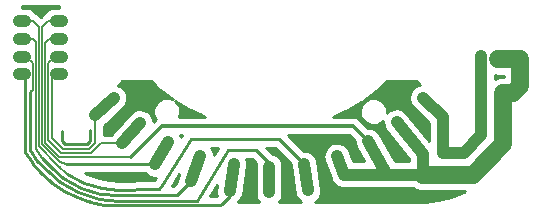
<source format=gbr>
G04 #@! TF.GenerationSoftware,KiCad,Pcbnew,(5.0.0)*
G04 #@! TF.CreationDate,2019-05-29T00:42:15-04:00*
G04 #@! TF.ProjectId,olympus-pcb,6F6C796D7075732D7063622E6B696361,rev?*
G04 #@! TF.SameCoordinates,Original*
G04 #@! TF.FileFunction,Copper,L1,Top,Signal*
G04 #@! TF.FilePolarity,Positive*
%FSLAX46Y46*%
G04 Gerber Fmt 4.6, Leading zero omitted, Abs format (unit mm)*
G04 Created by KiCad (PCBNEW (5.0.0)) date 05/29/19 00:42:15*
%MOMM*%
%LPD*%
G01*
G04 APERTURE LIST*
G04 #@! TA.AperFunction,Conductor*
%ADD10C,1.000000*%
G04 #@! TD*
G04 #@! TA.AperFunction,Conductor*
%ADD11C,1.500000*%
G04 #@! TD*
G04 #@! TA.AperFunction,Conductor*
%ADD12C,0.250000*%
G04 #@! TD*
G04 #@! TA.AperFunction,Conductor*
%ADD13C,0.150000*%
G04 #@! TD*
G04 #@! TA.AperFunction,Conductor*
%ADD14C,0.300000*%
G04 #@! TD*
G04 #@! TA.AperFunction,NonConductor*
%ADD15C,0.254000*%
G04 #@! TD*
G04 APERTURE END LIST*
D10*
G04 #@! TO.N,*
X130144520Y-85943440D02*
X128661160Y-87426800D01*
X126880620Y-87426800D02*
X126880620Y-84442300D01*
X128661160Y-87426800D02*
X126880620Y-87426800D01*
D11*
X129407920Y-89298780D02*
X131958080Y-86748620D01*
X131958080Y-86748620D02*
X131958080Y-82425540D01*
D12*
X131958080Y-82425540D02*
X131958080Y-82423000D01*
D11*
X131958080Y-82425540D02*
X132811520Y-82425540D01*
X132811520Y-82425540D02*
X133443980Y-81793080D01*
D10*
X125168660Y-89298780D02*
X125168660Y-87589360D01*
X125168660Y-87589360D02*
X122981720Y-84843620D01*
X125168660Y-89298780D02*
X122191780Y-89298780D01*
X122191780Y-89298780D02*
X122190084Y-89298780D01*
X122190084Y-89298780D02*
X122473720Y-89298780D01*
D11*
X133443980Y-81793080D02*
X133443980Y-79557880D01*
X133418580Y-79527400D02*
X131549140Y-79527400D01*
D10*
X130141980Y-85879940D02*
X130141980Y-79235300D01*
D11*
X129407920Y-89298780D02*
X125168660Y-89298780D01*
D10*
X126880620Y-84442300D02*
X125201680Y-82811620D01*
X122191780Y-89298780D02*
X120561100Y-86471760D01*
X122191780Y-89298780D02*
X118493540Y-89298780D01*
X118493540Y-89298780D02*
X117924580Y-87744300D01*
X101239320Y-84894420D02*
X99715320Y-86639400D01*
X103647240Y-86502240D02*
X102539800Y-88412320D01*
D12*
X102539800Y-88412320D02*
X102532180Y-88412320D01*
D13*
X94442280Y-88204040D02*
X92961460Y-86723220D01*
D10*
X106337100Y-87711280D02*
X105567480Y-89829640D01*
D13*
X92938600Y-87876380D02*
X92407740Y-87144860D01*
D12*
X93794580Y-88760300D02*
X92938600Y-87876380D01*
X94744540Y-89552780D02*
X93794580Y-88760300D01*
X96286320Y-90390980D02*
X94744540Y-89552780D01*
X97856040Y-90898980D02*
X96286320Y-90390980D01*
X99501960Y-91020900D02*
X97856040Y-90898980D01*
X105567480Y-89829640D02*
X105549700Y-89829640D01*
X105549700Y-89829640D02*
X104358440Y-91020900D01*
X104358440Y-91020900D02*
X99501960Y-91020900D01*
D13*
X92410280Y-78041500D02*
X92410280Y-86680040D01*
X92407740Y-87144860D02*
X92410280Y-86680040D01*
D10*
X91490800Y-77800200D02*
X90982800Y-77800200D01*
D13*
X92168980Y-77800200D02*
X92410280Y-78041500D01*
X91490800Y-77800200D02*
X92168980Y-77800200D01*
D10*
X112163860Y-90812620D02*
X112158780Y-88658700D01*
X115463320Y-90632280D02*
X115150900Y-88435180D01*
D13*
X95062040Y-89230200D02*
X94335600Y-88559640D01*
D12*
X96474280Y-89984580D02*
X95062040Y-89230200D01*
X97985580Y-90457020D02*
X96474280Y-89984580D01*
X99354640Y-90563700D02*
X97985580Y-90457020D01*
X102303580Y-90538300D02*
X99354640Y-90563700D01*
X105526840Y-86258400D02*
X103085900Y-90195400D01*
X112981740Y-86258400D02*
X105526840Y-86258400D01*
X115150900Y-88427560D02*
X112981740Y-86258400D01*
X115150900Y-88435180D02*
X115150900Y-88427560D01*
X103085900Y-90195400D02*
X102867460Y-90545920D01*
X102867460Y-90545920D02*
X102303580Y-90538300D01*
D10*
X109171740Y-88427560D02*
X108821220Y-90705940D01*
X99019360Y-82844640D02*
X97444560Y-84259420D01*
D12*
X96984820Y-86473579D02*
X96744109Y-86714290D01*
X96984820Y-85524340D02*
X96984820Y-86473579D01*
X96744109Y-86714290D02*
X95321120Y-86714290D01*
X94910391Y-86714290D02*
X94668340Y-86472239D01*
X95321120Y-86714290D02*
X94910391Y-86714290D01*
X94668340Y-86472239D02*
X94668340Y-85638640D01*
D13*
X97444560Y-84259420D02*
X97444560Y-86647020D01*
X97444560Y-86647020D02*
X96936560Y-87155020D01*
X96936560Y-87155020D02*
X94719140Y-87155020D01*
D10*
X94640400Y-76301600D02*
X94132400Y-76301600D01*
X94640400Y-77800200D02*
X94132400Y-77800200D01*
X94640400Y-79298800D02*
X94132400Y-79298800D01*
X94640400Y-80797400D02*
X94132400Y-80797400D01*
X91490800Y-76301600D02*
X90982800Y-76301600D01*
X91490800Y-80797400D02*
X90982800Y-80797400D01*
X91490800Y-79298800D02*
X90982800Y-79298800D01*
D12*
X94132400Y-80797400D02*
X93753940Y-80797400D01*
D13*
X93753940Y-86189820D02*
X94719140Y-87155020D01*
X93753940Y-80797400D02*
X93753940Y-86189820D01*
D12*
X94132400Y-79298800D02*
X93954600Y-79298800D01*
D13*
X93225620Y-78122780D02*
X93225620Y-85956140D01*
D12*
X91490800Y-80797400D02*
X91490800Y-85930740D01*
X91490800Y-79298800D02*
X91490800Y-79644240D01*
X94132400Y-79298800D02*
X94127320Y-79298800D01*
X94132400Y-79298800D02*
X94056200Y-79298800D01*
D13*
X93548200Y-77800200D02*
X93225620Y-78122780D01*
X94132400Y-77800200D02*
X93548200Y-77800200D01*
X91490800Y-76301600D02*
X92156280Y-76301600D01*
X93489780Y-76301600D02*
X92958920Y-76832460D01*
X94132400Y-76301600D02*
X93489780Y-76301600D01*
X92156280Y-76301600D02*
X92687140Y-76832460D01*
X91584780Y-79298800D02*
X92161360Y-79875380D01*
D12*
X91490800Y-79298800D02*
X91584780Y-79298800D01*
D13*
X94061280Y-79298800D02*
X93472000Y-79888080D01*
D12*
X94132400Y-79298800D02*
X94061280Y-79298800D01*
D14*
X119293640Y-85204300D02*
X120561100Y-86471760D01*
D12*
X119255540Y-85166200D02*
X119293640Y-85204300D01*
D14*
X103141780Y-85166200D02*
X119255540Y-85166200D01*
D13*
X94439740Y-87792560D02*
X100385880Y-87792560D01*
X93472000Y-79888080D02*
X93472000Y-86255860D01*
X99715320Y-86639400D02*
X97942400Y-86639400D01*
X97942400Y-86639400D02*
X97099120Y-87482680D01*
X94554040Y-87482680D02*
X93472000Y-86400640D01*
X97099120Y-87482680D02*
X94554040Y-87482680D01*
X93472000Y-86255860D02*
X93472000Y-86400640D01*
D14*
X100515420Y-87792560D02*
X103141780Y-85166200D01*
D13*
X100385880Y-87792560D02*
X100515420Y-87792560D01*
X94409260Y-87792560D02*
X93225620Y-86608920D01*
X93225620Y-85956140D02*
X93225620Y-86608920D01*
D12*
X108821220Y-90705940D02*
X108821220Y-91130120D01*
X108821220Y-91130120D02*
X108173520Y-91777820D01*
X108173520Y-91777820D02*
X108041440Y-91909900D01*
X108041440Y-91909900D02*
X100248720Y-91909900D01*
X99321977Y-91909900D02*
X98724432Y-91870400D01*
X100248720Y-91909900D02*
X99321977Y-91909900D01*
X97016931Y-91598249D02*
X96938349Y-91571329D01*
X98200712Y-91835780D02*
X97016931Y-91598249D01*
X98724432Y-91870400D02*
X98724428Y-91870400D01*
X98724428Y-91870400D02*
X98200712Y-91835780D01*
X94793970Y-90668726D02*
X93793468Y-89992911D01*
X95874737Y-91206964D02*
X94793970Y-90668726D01*
X97016930Y-91598249D02*
X95874737Y-91206964D01*
X93793468Y-89992911D02*
X93564019Y-89789180D01*
X97016931Y-91598249D02*
X97016930Y-91598249D01*
X93564019Y-89789181D02*
X93564019Y-89789180D01*
X92890634Y-89191277D02*
X92101173Y-88277769D01*
X92101172Y-88277769D02*
X92101173Y-88277769D01*
X93564019Y-89789180D02*
X92890634Y-89191277D01*
X91490800Y-87347499D02*
X92089377Y-88259792D01*
X91490800Y-85930740D02*
X91490800Y-87347499D01*
D13*
X92958920Y-76832460D02*
X92958920Y-86723220D01*
X92687140Y-86840060D02*
X92687140Y-86911180D01*
X92687140Y-76832460D02*
X92687140Y-86840060D01*
X92687140Y-86911180D02*
X94335600Y-88559640D01*
X94335600Y-88559640D02*
X94521020Y-88745060D01*
D12*
X93510100Y-89118440D02*
X92532200Y-88112600D01*
X94465140Y-89916000D02*
X93510100Y-89118440D01*
X96029780Y-90787220D02*
X94465140Y-89916000D01*
X106085640Y-91490800D02*
X99357180Y-91490800D01*
X99357180Y-91490800D02*
X97790000Y-91353640D01*
X112158780Y-88658700D02*
X112158780Y-88303100D01*
X97790000Y-91353640D02*
X96029780Y-90787220D01*
X112158780Y-88303100D02*
X111048800Y-87193120D01*
X111048800Y-87193120D02*
X108666280Y-87193120D01*
X91932760Y-87246460D02*
X91932760Y-82326480D01*
D13*
X92161360Y-79875380D02*
X92161360Y-82097880D01*
D12*
X108666280Y-87193120D02*
X106085640Y-91490800D01*
X92532200Y-88112600D02*
X91932760Y-87246460D01*
D13*
X91932760Y-82326480D02*
X92161360Y-82097880D01*
D12*
X102539800Y-88412320D02*
X102527100Y-88412320D01*
X102539800Y-88412320D02*
X94946170Y-88412320D01*
D13*
X94940120Y-88406270D02*
X94442280Y-88204040D01*
G04 #@! TD*
D15*
G36*
X119425325Y-86446142D02*
X119413705Y-86622352D01*
X119522083Y-86942039D01*
X120226806Y-88163780D01*
X119286751Y-88163780D01*
X118952008Y-87249213D01*
X118776372Y-86960947D01*
X118411757Y-86694609D01*
X117972973Y-86588077D01*
X117526823Y-86657571D01*
X117141227Y-86892508D01*
X116874889Y-87257123D01*
X116768357Y-87695907D01*
X116820310Y-88029442D01*
X117397491Y-89606385D01*
X117424394Y-89741635D01*
X117536644Y-89909629D01*
X117641748Y-90082133D01*
X117661594Y-90096630D01*
X117675251Y-90117069D01*
X117843235Y-90229312D01*
X118006362Y-90348471D01*
X118030248Y-90354270D01*
X118050685Y-90367926D01*
X118248823Y-90407338D01*
X118445146Y-90455003D01*
X118581399Y-90433780D01*
X122154423Y-90433780D01*
X122342372Y-90446174D01*
X122378931Y-90433780D01*
X124374374Y-90433780D01*
X124628260Y-90603421D01*
X125032253Y-90683780D01*
X128778055Y-90683780D01*
X128651995Y-90754637D01*
X127602830Y-91175120D01*
X126507756Y-91455062D01*
X125371900Y-91591306D01*
X124900597Y-91604018D01*
X124897770Y-91604280D01*
X116079251Y-91604280D01*
X116388658Y-91327220D01*
X116584163Y-90920209D01*
X116602753Y-90583163D01*
X116258859Y-88164725D01*
X116147052Y-87846221D01*
X115845840Y-87509842D01*
X115438829Y-87314337D01*
X115093429Y-87295287D01*
X113749341Y-85951200D01*
X118930383Y-85951200D01*
X119425325Y-86446142D01*
X119425325Y-86446142D01*
G37*
X119425325Y-86446142D02*
X119413705Y-86622352D01*
X119522083Y-86942039D01*
X120226806Y-88163780D01*
X119286751Y-88163780D01*
X118952008Y-87249213D01*
X118776372Y-86960947D01*
X118411757Y-86694609D01*
X117972973Y-86588077D01*
X117526823Y-86657571D01*
X117141227Y-86892508D01*
X116874889Y-87257123D01*
X116768357Y-87695907D01*
X116820310Y-88029442D01*
X117397491Y-89606385D01*
X117424394Y-89741635D01*
X117536644Y-89909629D01*
X117641748Y-90082133D01*
X117661594Y-90096630D01*
X117675251Y-90117069D01*
X117843235Y-90229312D01*
X118006362Y-90348471D01*
X118030248Y-90354270D01*
X118050685Y-90367926D01*
X118248823Y-90407338D01*
X118445146Y-90455003D01*
X118581399Y-90433780D01*
X122154423Y-90433780D01*
X122342372Y-90446174D01*
X122378931Y-90433780D01*
X124374374Y-90433780D01*
X124628260Y-90603421D01*
X125032253Y-90683780D01*
X128778055Y-90683780D01*
X128651995Y-90754637D01*
X127602830Y-91175120D01*
X126507756Y-91455062D01*
X125371900Y-91591306D01*
X124900597Y-91604018D01*
X124897770Y-91604280D01*
X116079251Y-91604280D01*
X116388658Y-91327220D01*
X116584163Y-90920209D01*
X116602753Y-90583163D01*
X116258859Y-88164725D01*
X116147052Y-87846221D01*
X115845840Y-87509842D01*
X115438829Y-87314337D01*
X115093429Y-87295287D01*
X113749341Y-85951200D01*
X118930383Y-85951200D01*
X119425325Y-86446142D01*
G36*
X114017811Y-88369274D02*
X114011467Y-88484295D01*
X114355361Y-90902735D01*
X114467168Y-91221238D01*
X114768380Y-91557618D01*
X114865523Y-91604280D01*
X113000493Y-91604280D01*
X113234047Y-91252952D01*
X113299120Y-90921725D01*
X113293513Y-88544241D01*
X113226878Y-88213325D01*
X112975136Y-87838484D01*
X112599112Y-87588513D01*
X112499407Y-87568925D01*
X111948881Y-87018400D01*
X112666939Y-87018400D01*
X114017811Y-88369274D01*
X114017811Y-88369274D01*
G37*
X114017811Y-88369274D02*
X114011467Y-88484295D01*
X114355361Y-90902735D01*
X114467168Y-91221238D01*
X114768380Y-91557618D01*
X114865523Y-91604280D01*
X113000493Y-91604280D01*
X113234047Y-91252952D01*
X113299120Y-90921725D01*
X113293513Y-88544241D01*
X113226878Y-88213325D01*
X112975136Y-87838484D01*
X112599112Y-87588513D01*
X112499407Y-87568925D01*
X111948881Y-87018400D01*
X112666939Y-87018400D01*
X114017811Y-88369274D01*
G36*
X111073922Y-88293044D02*
X111023520Y-88549595D01*
X111029127Y-90927079D01*
X111095762Y-91257995D01*
X111328326Y-91604280D01*
X109537505Y-91604280D01*
X109810594Y-91306216D01*
X109926024Y-90989008D01*
X110310539Y-88489663D01*
X110295792Y-88152427D01*
X110202838Y-87953120D01*
X110733999Y-87953120D01*
X111073922Y-88293044D01*
X111073922Y-88293044D01*
G37*
X111073922Y-88293044D02*
X111023520Y-88549595D01*
X111029127Y-90927079D01*
X111095762Y-91257995D01*
X111328326Y-91604280D01*
X109537505Y-91604280D01*
X109810594Y-91306216D01*
X109926024Y-90989008D01*
X110310539Y-88489663D01*
X110295792Y-88152427D01*
X110202838Y-87953120D01*
X110733999Y-87953120D01*
X111073922Y-88293044D01*
G36*
X107682421Y-90643839D02*
X107697168Y-90981074D01*
X107760237Y-91116302D01*
X107726639Y-91149900D01*
X107176830Y-91149900D01*
X107751904Y-90192198D01*
X107682421Y-90643839D01*
X107682421Y-90643839D01*
G37*
X107682421Y-90643839D02*
X107697168Y-90981074D01*
X107760237Y-91116302D01*
X107726639Y-91149900D01*
X107176830Y-91149900D01*
X107751904Y-90192198D01*
X107682421Y-90643839D01*
G36*
X104462532Y-89547134D02*
X104411376Y-89880792D01*
X104413813Y-89890726D01*
X104043639Y-90260900D01*
X103939509Y-90260900D01*
X104576451Y-89233575D01*
X104462532Y-89547134D01*
X104462532Y-89547134D01*
G37*
X104462532Y-89547134D02*
X104411376Y-89880792D01*
X104413813Y-89890726D01*
X104043639Y-90260900D01*
X103939509Y-90260900D01*
X104576451Y-89233575D01*
X104462532Y-89547134D01*
G36*
X101959354Y-89413456D02*
X102386657Y-89559377D01*
X102594213Y-89546153D01*
X102449106Y-89780197D01*
X102380211Y-89779266D01*
X102371882Y-89777684D01*
X102305462Y-89778256D01*
X102239005Y-89777358D01*
X102230664Y-89778900D01*
X99380936Y-89803445D01*
X98130305Y-89705994D01*
X96769294Y-89280535D01*
X96566710Y-89172320D01*
X101685401Y-89172320D01*
X101959354Y-89413456D01*
X101959354Y-89413456D01*
G37*
X101959354Y-89413456D02*
X102386657Y-89559377D01*
X102594213Y-89546153D01*
X102449106Y-89780197D01*
X102380211Y-89779266D01*
X102371882Y-89777684D01*
X102305462Y-89778256D01*
X102239005Y-89777358D01*
X102230664Y-89778900D01*
X99380936Y-89803445D01*
X98130305Y-89705994D01*
X96769294Y-89280535D01*
X96566710Y-89172320D01*
X101685401Y-89172320D01*
X101959354Y-89413456D01*
G36*
X124924923Y-81710153D02*
X124743285Y-81749045D01*
X124371548Y-82005350D01*
X124126191Y-82384401D01*
X124044568Y-82828492D01*
X124139105Y-83270015D01*
X124330715Y-83547920D01*
X125745621Y-84922157D01*
X125745620Y-86491964D01*
X123799883Y-84049059D01*
X123542108Y-83831120D01*
X123111984Y-83693740D01*
X122662029Y-83731419D01*
X122260743Y-83938422D01*
X122145950Y-84074198D01*
X122135000Y-83919568D01*
X122135000Y-83733934D01*
X122119144Y-83695653D01*
X122116217Y-83654325D01*
X122005217Y-83386348D01*
X121989932Y-83383709D01*
X121962207Y-83316774D01*
X121642926Y-82997493D01*
X121575991Y-82969768D01*
X121573352Y-82954483D01*
X121397275Y-82895741D01*
X121225766Y-82824700D01*
X121184331Y-82824700D01*
X121145028Y-82811588D01*
X120959868Y-82824700D01*
X120774234Y-82824700D01*
X120735953Y-82840556D01*
X120694625Y-82843483D01*
X120426648Y-82954483D01*
X120424009Y-82969768D01*
X120357074Y-82997493D01*
X120037793Y-83316774D01*
X120010068Y-83383709D01*
X119994783Y-83386348D01*
X119936041Y-83562425D01*
X119865000Y-83733934D01*
X119865000Y-83775369D01*
X119851888Y-83814672D01*
X119865000Y-83999832D01*
X119865000Y-84185466D01*
X119880856Y-84223747D01*
X119883783Y-84265075D01*
X119994783Y-84533052D01*
X120010068Y-84535691D01*
X120037793Y-84602626D01*
X120357074Y-84921907D01*
X120424009Y-84949632D01*
X120426648Y-84964917D01*
X120602725Y-85023659D01*
X120774234Y-85094700D01*
X120815669Y-85094700D01*
X120854972Y-85107812D01*
X121040132Y-85094700D01*
X121225766Y-85094700D01*
X121264047Y-85078844D01*
X121305375Y-85075917D01*
X121573352Y-84964917D01*
X121575991Y-84949632D01*
X121642926Y-84921907D01*
X121833357Y-84731476D01*
X121869519Y-85163311D01*
X122024271Y-85463306D01*
X124033660Y-87986128D01*
X124033660Y-88163780D01*
X122847373Y-88163780D01*
X121488411Y-85807823D01*
X121265945Y-85553944D01*
X120861059Y-85354076D01*
X120531865Y-85332368D01*
X119865289Y-84665792D01*
X119821493Y-84600247D01*
X119561832Y-84426746D01*
X119332856Y-84381200D01*
X117575869Y-84381200D01*
X118588422Y-83940717D01*
X118621722Y-83924034D01*
X118654925Y-83907545D01*
X118657072Y-83906324D01*
X118657080Y-83906320D01*
X118657088Y-83906315D01*
X119945608Y-83171056D01*
X119976933Y-83150860D01*
X120008140Y-83130895D01*
X120010150Y-83129445D01*
X121211734Y-82259321D01*
X121240649Y-82235898D01*
X121269563Y-82212642D01*
X121271404Y-82210984D01*
X122170633Y-81398180D01*
X124612950Y-81398180D01*
X124924923Y-81710153D01*
X124924923Y-81710153D01*
G37*
X124924923Y-81710153D02*
X124743285Y-81749045D01*
X124371548Y-82005350D01*
X124126191Y-82384401D01*
X124044568Y-82828492D01*
X124139105Y-83270015D01*
X124330715Y-83547920D01*
X125745621Y-84922157D01*
X125745620Y-86491964D01*
X123799883Y-84049059D01*
X123542108Y-83831120D01*
X123111984Y-83693740D01*
X122662029Y-83731419D01*
X122260743Y-83938422D01*
X122145950Y-84074198D01*
X122135000Y-83919568D01*
X122135000Y-83733934D01*
X122119144Y-83695653D01*
X122116217Y-83654325D01*
X122005217Y-83386348D01*
X121989932Y-83383709D01*
X121962207Y-83316774D01*
X121642926Y-82997493D01*
X121575991Y-82969768D01*
X121573352Y-82954483D01*
X121397275Y-82895741D01*
X121225766Y-82824700D01*
X121184331Y-82824700D01*
X121145028Y-82811588D01*
X120959868Y-82824700D01*
X120774234Y-82824700D01*
X120735953Y-82840556D01*
X120694625Y-82843483D01*
X120426648Y-82954483D01*
X120424009Y-82969768D01*
X120357074Y-82997493D01*
X120037793Y-83316774D01*
X120010068Y-83383709D01*
X119994783Y-83386348D01*
X119936041Y-83562425D01*
X119865000Y-83733934D01*
X119865000Y-83775369D01*
X119851888Y-83814672D01*
X119865000Y-83999832D01*
X119865000Y-84185466D01*
X119880856Y-84223747D01*
X119883783Y-84265075D01*
X119994783Y-84533052D01*
X120010068Y-84535691D01*
X120037793Y-84602626D01*
X120357074Y-84921907D01*
X120424009Y-84949632D01*
X120426648Y-84964917D01*
X120602725Y-85023659D01*
X120774234Y-85094700D01*
X120815669Y-85094700D01*
X120854972Y-85107812D01*
X121040132Y-85094700D01*
X121225766Y-85094700D01*
X121264047Y-85078844D01*
X121305375Y-85075917D01*
X121573352Y-84964917D01*
X121575991Y-84949632D01*
X121642926Y-84921907D01*
X121833357Y-84731476D01*
X121869519Y-85163311D01*
X122024271Y-85463306D01*
X124033660Y-87986128D01*
X124033660Y-88163780D01*
X122847373Y-88163780D01*
X121488411Y-85807823D01*
X121265945Y-85553944D01*
X120861059Y-85354076D01*
X120531865Y-85332368D01*
X119865289Y-84665792D01*
X119821493Y-84600247D01*
X119561832Y-84426746D01*
X119332856Y-84381200D01*
X117575869Y-84381200D01*
X118588422Y-83940717D01*
X118621722Y-83924034D01*
X118654925Y-83907545D01*
X118657072Y-83906324D01*
X118657080Y-83906320D01*
X118657088Y-83906315D01*
X119945608Y-83171056D01*
X119976933Y-83150860D01*
X120008140Y-83130895D01*
X120010150Y-83129445D01*
X121211734Y-82259321D01*
X121240649Y-82235898D01*
X121269563Y-82212642D01*
X121271404Y-82210984D01*
X122170633Y-81398180D01*
X124612950Y-81398180D01*
X124924923Y-81710153D01*
G36*
X107491092Y-87673905D02*
X107493204Y-87660128D01*
X107385625Y-87221600D01*
X107236450Y-87018400D01*
X107884704Y-87018400D01*
X107491092Y-87673905D01*
X107491092Y-87673905D01*
G37*
X107491092Y-87673905D02*
X107493204Y-87660128D01*
X107385625Y-87221600D01*
X107236450Y-87018400D01*
X107884704Y-87018400D01*
X107491092Y-87673905D01*
G36*
X104810936Y-85961863D02*
X104808321Y-85975011D01*
X104721525Y-86115004D01*
X104641117Y-85951200D01*
X104818061Y-85951200D01*
X104810936Y-85961863D01*
X104810936Y-85961863D01*
G37*
X104810936Y-85961863D02*
X104808321Y-85975011D01*
X104721525Y-86115004D01*
X104641117Y-85951200D01*
X104818061Y-85951200D01*
X104810936Y-85961863D01*
G36*
X102568414Y-81800612D02*
X102590705Y-81819524D01*
X102612522Y-81839024D01*
X102614460Y-81840570D01*
X103775661Y-82763897D01*
X103805930Y-82785400D01*
X103836171Y-82807043D01*
X103838263Y-82808370D01*
X104042786Y-82937613D01*
X103917275Y-82895741D01*
X103745766Y-82824700D01*
X103704331Y-82824700D01*
X103665028Y-82811588D01*
X103479868Y-82824700D01*
X103294234Y-82824700D01*
X103255953Y-82840556D01*
X103214625Y-82843483D01*
X102946648Y-82954483D01*
X102944009Y-82969768D01*
X102877074Y-82997493D01*
X102557793Y-83316774D01*
X102530068Y-83383709D01*
X102514783Y-83386348D01*
X102456041Y-83562425D01*
X102385000Y-83733934D01*
X102385000Y-83775369D01*
X102371888Y-83814672D01*
X102385000Y-83999832D01*
X102385000Y-84185466D01*
X102400856Y-84223747D01*
X102403783Y-84265075D01*
X102514783Y-84533052D01*
X102530068Y-84535691D01*
X102557793Y-84602626D01*
X102567651Y-84612484D01*
X102532033Y-84665789D01*
X102391268Y-84806554D01*
X102276163Y-84380466D01*
X102000555Y-84022806D01*
X101609057Y-83797841D01*
X101161269Y-83739820D01*
X100725364Y-83857577D01*
X100457983Y-84063618D01*
X98828480Y-85929400D01*
X98154560Y-85929400D01*
X98154560Y-85147326D01*
X99861036Y-83614252D01*
X100063307Y-83344008D01*
X100174940Y-82906494D01*
X100110647Y-82459564D01*
X99880215Y-82071259D01*
X99518726Y-81800693D01*
X99340064Y-81755107D01*
X99696991Y-81398180D01*
X102143021Y-81398180D01*
X102568414Y-81800612D01*
X102568414Y-81800612D01*
G37*
X102568414Y-81800612D02*
X102590705Y-81819524D01*
X102612522Y-81839024D01*
X102614460Y-81840570D01*
X103775661Y-82763897D01*
X103805930Y-82785400D01*
X103836171Y-82807043D01*
X103838263Y-82808370D01*
X104042786Y-82937613D01*
X103917275Y-82895741D01*
X103745766Y-82824700D01*
X103704331Y-82824700D01*
X103665028Y-82811588D01*
X103479868Y-82824700D01*
X103294234Y-82824700D01*
X103255953Y-82840556D01*
X103214625Y-82843483D01*
X102946648Y-82954483D01*
X102944009Y-82969768D01*
X102877074Y-82997493D01*
X102557793Y-83316774D01*
X102530068Y-83383709D01*
X102514783Y-83386348D01*
X102456041Y-83562425D01*
X102385000Y-83733934D01*
X102385000Y-83775369D01*
X102371888Y-83814672D01*
X102385000Y-83999832D01*
X102385000Y-84185466D01*
X102400856Y-84223747D01*
X102403783Y-84265075D01*
X102514783Y-84533052D01*
X102530068Y-84535691D01*
X102557793Y-84602626D01*
X102567651Y-84612484D01*
X102532033Y-84665789D01*
X102391268Y-84806554D01*
X102276163Y-84380466D01*
X102000555Y-84022806D01*
X101609057Y-83797841D01*
X101161269Y-83739820D01*
X100725364Y-83857577D01*
X100457983Y-84063618D01*
X98828480Y-85929400D01*
X98154560Y-85929400D01*
X98154560Y-85147326D01*
X99861036Y-83614252D01*
X100063307Y-83344008D01*
X100174940Y-82906494D01*
X100110647Y-82459564D01*
X99880215Y-82071259D01*
X99518726Y-81800693D01*
X99340064Y-81755107D01*
X99696991Y-81398180D01*
X102143021Y-81398180D01*
X102568414Y-81800612D01*
G36*
X105092391Y-83600887D02*
X105124721Y-83618948D01*
X105157208Y-83637246D01*
X105159432Y-83638340D01*
X106491815Y-84290777D01*
X106526072Y-84305310D01*
X106560180Y-84319922D01*
X106562508Y-84320769D01*
X106729539Y-84381200D01*
X104575877Y-84381200D01*
X104583959Y-84356975D01*
X104655000Y-84185466D01*
X104655000Y-84144031D01*
X104668112Y-84104728D01*
X104655000Y-83919568D01*
X104655000Y-83733934D01*
X104639144Y-83695653D01*
X104636217Y-83654325D01*
X104525217Y-83386348D01*
X104509932Y-83383709D01*
X104482207Y-83316774D01*
X104206505Y-83041072D01*
X105092391Y-83600887D01*
X105092391Y-83600887D01*
G37*
X105092391Y-83600887D02*
X105124721Y-83618948D01*
X105157208Y-83637246D01*
X105159432Y-83638340D01*
X106491815Y-84290777D01*
X106526072Y-84305310D01*
X106560180Y-84319922D01*
X106562508Y-84320769D01*
X106729539Y-84381200D01*
X104575877Y-84381200D01*
X104583959Y-84356975D01*
X104655000Y-84185466D01*
X104655000Y-84144031D01*
X104668112Y-84104728D01*
X104655000Y-83919568D01*
X104655000Y-83733934D01*
X104639144Y-83695653D01*
X104636217Y-83654325D01*
X104525217Y-83386348D01*
X104509932Y-83383709D01*
X104482207Y-83316774D01*
X104206505Y-83041072D01*
X105092391Y-83600887D01*
G36*
X131412733Y-80912400D02*
X132058980Y-80912400D01*
X132058980Y-81033477D01*
X131958080Y-81013407D01*
X131821673Y-81040540D01*
X131417680Y-81120899D01*
X131276980Y-81214912D01*
X131276980Y-80885397D01*
X131412733Y-80912400D01*
X131412733Y-80912400D01*
G37*
X131412733Y-80912400D02*
X132058980Y-80912400D01*
X132058980Y-81033477D01*
X131958080Y-81013407D01*
X131821673Y-81040540D01*
X131417680Y-81120899D01*
X131276980Y-81214912D01*
X131276980Y-80885397D01*
X131412733Y-80912400D01*
G36*
X94364580Y-75166600D02*
X94020617Y-75166600D01*
X93689545Y-75232454D01*
X93314111Y-75483311D01*
X93214455Y-75632456D01*
X93212752Y-75632795D01*
X92977899Y-75789719D01*
X92938288Y-75849002D01*
X92823030Y-75964259D01*
X92707774Y-75849004D01*
X92668161Y-75789719D01*
X92433308Y-75632795D01*
X92405241Y-75627212D01*
X92309089Y-75483311D01*
X91933655Y-75232454D01*
X91602583Y-75166600D01*
X91253700Y-75166600D01*
X91253700Y-75020240D01*
X94364580Y-75020240D01*
X94364580Y-75166600D01*
X94364580Y-75166600D01*
G37*
X94364580Y-75166600D02*
X94020617Y-75166600D01*
X93689545Y-75232454D01*
X93314111Y-75483311D01*
X93214455Y-75632456D01*
X93212752Y-75632795D01*
X92977899Y-75789719D01*
X92938288Y-75849002D01*
X92823030Y-75964259D01*
X92707774Y-75849004D01*
X92668161Y-75789719D01*
X92433308Y-75632795D01*
X92405241Y-75627212D01*
X92309089Y-75483311D01*
X91933655Y-75232454D01*
X91602583Y-75166600D01*
X91253700Y-75166600D01*
X91253700Y-75020240D01*
X94364580Y-75020240D01*
X94364580Y-75166600D01*
M02*

</source>
